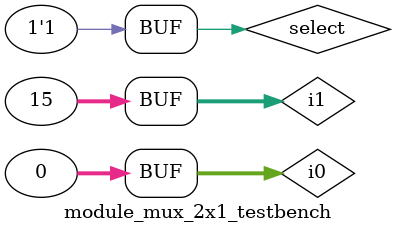
<source format=v>
module module_mux_2x1_testbench();

reg [31:0] i0,i1;
reg select;

wire [31:0] out;

module_mux_2x1 hatb(i0,i1,select,out);

initial begin

i0=32'b0; i1=32'b00000000000000000000000000001000; select=0;
#20
i0=32'b0; i1=32'b00000000000000000000000000001111; select=1;



end
 
 
initial
begin
$monitor("time = %2d, select=%1b, out=%32b", $time, select,out);
end
 
endmodule

</source>
